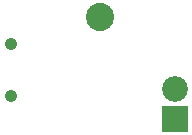
<source format=gbs>
G04 #@! TF.FileFunction,Soldermask,Bot*
%FSLAX46Y46*%
G04 Gerber Fmt 4.6, Leading zero omitted, Abs format (unit mm)*
G04 Created by KiCad (PCBNEW 4.0.4-stable) date 10/26/16 06:20:46*
%MOMM*%
%LPD*%
G01*
G04 APERTURE LIST*
%ADD10C,0.100000*%
%ADD11C,2.387600*%
%ADD12C,1.051560*%
%ADD13R,2.184400X2.184400*%
%ADD14O,2.184400X2.184400*%
G04 APERTURE END LIST*
D10*
D11*
X63420000Y-151800000D03*
D12*
X55850900Y-154050360D03*
X55850900Y-158449640D03*
D13*
X69750000Y-160400000D03*
D14*
X69750000Y-157860000D03*
M02*

</source>
